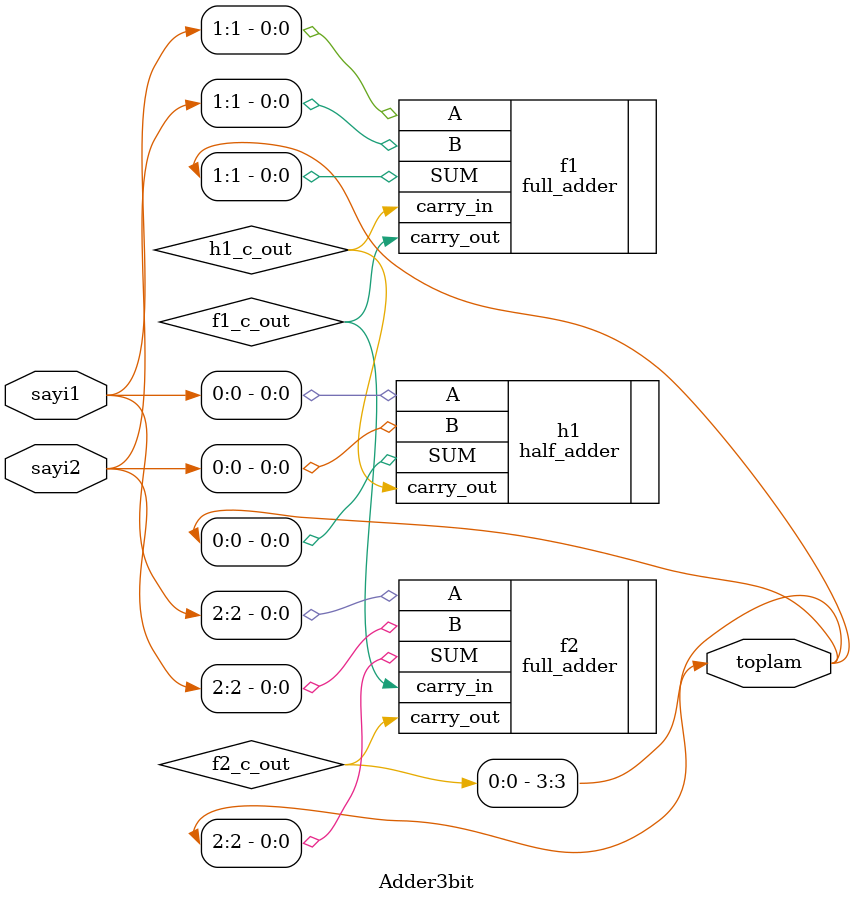
<source format=v>
`timescale 1ns / 1ps



module Adder3bit(
		//3 bitlik grup. 
		//sayi1[0], sayi1[1], sayi1[2] seklinde ifade edilebilir
        input[2:0] sayi1,
        input[2:0] sayi2,
        output[3:0] toplam
    );
 
	/*
	3 bitlik soplayici 3 adet 1 bitlik toplayici kullaniyor, daha once
	tanimladigimiz tam toplayici modulunun 3 kopyasini olusturalim.
	Modulleri baglamak icin yalnizca bir onceki modulun elde cikisini
	bir	sonraki modulun elde girisine baglamamiz yeterli.
	*/
 
    //ilk basamak
    wire h1_c_out;
    half_adder h1 (.A(sayi1[0]), .B(sayi2[0]), .carry_out(h1_c_out), .SUM(toplam[0]));
    
    //ikinci basamak
    wire f1_c_out;
    full_adder f1 (.A(sayi1[1]), .B(sayi2[1]), .carry_in(h1_c_out), .carry_out(f1_c_out), .SUM(toplam[1]));
    
    //ucuncu basamak
    wire f2_c_out;
    full_adder f2 (.A(sayi1[2]), .B(sayi2[2]), .carry_in(f1_c_out), .carry_out(f2_c_out), .SUM(toplam[2]));
    
    /* assign islemi, bir wire degiskeninin degerini baska bir degiskene atamak
	icin kullanilabilir. Bunu esitligin sol tarafindaki degiskene sasg taraftaki
	kabloyu baglamak gibi dusunebilirsiniz. Burada ucuncu toplayicinin eldesi
	toplamin dorduncu biti olarak atanmis.
	*/
    assign toplam[3] = f2_c_out;
    
endmodule

</source>
